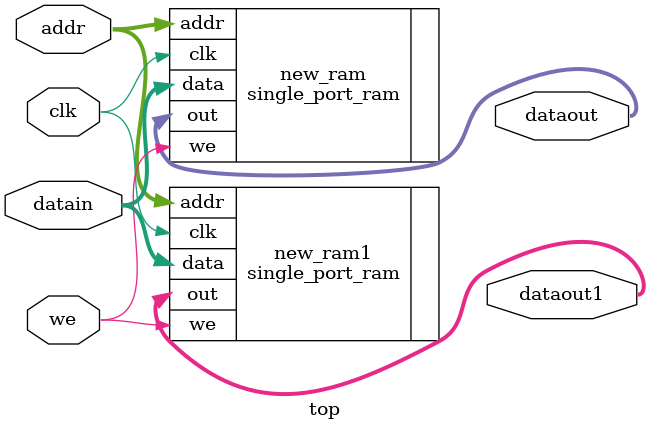
<source format=v>
 module  top(we, addr, datain, dataout, dataout1, clk);

    input we; 
    input[10 - 1:0] addr; 
    input[32 - 1:0] datain; 
    output[32 - 1:0] dataout; 
    output[32 - 1:0] dataout1; 
    wire[32 - 1:0] dataout;
    wire[32 - 1:0] dataout1;
    input clk; 



defparam new_ram.ADDR_WIDTH = 10;
defparam new_ram.DATA_WIDTH = 32;
single_port_ram new_ram(
  .clk (clk),
  .we(we),
  .data(datain),
  .out(dataout),
  .addr(addr)
  );
  
defparam new_ram1.ADDR_WIDTH = 10;
defparam new_ram1.DATA_WIDTH = 32;
single_port_ram new_ram1(
  .clk (clk),
  .we(we),
  .data(datain),
  .out(dataout1),
  .addr(addr)
  );


 endmodule
</source>
